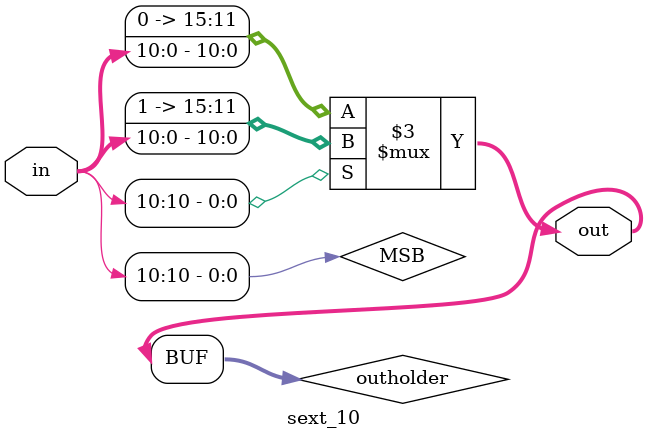
<source format=sv>
module sext_4(input signed [4:0] in, output signed [15:0] out);

	logic MSB;
	logic [15:0] outholder;
	assign MSB = in[4];
	always_comb begin
	if (MSB)
		outholder = {11'b11111111111, in};
	else 
     outholder = {11'd0, in};
	 end
	
	assign out = outholder;

endmodule


module sext_5(input signed [5:0] in, output signed [15:0] out);
	logic [15:0] outholder;
	logic MSB;
	assign MSB = in[5];
   always_comb begin
	if (MSB)
		outholder = {10'b1111111111, in};
	else 
     outholder = {10'd0, in};
	 end
	assign out = outholder;
endmodule


module sext_8(input signed [8:0] in, output signed [15:0] out);
	logic [15:0] outholder;
	logic MSB;
	assign MSB = in[8];
   always_comb begin
	if (MSB)
		outholder = {7'b1111111, in};
	else 
     outholder = {7'd0, in};
	 end
	
	assign out = outholder;

endmodule

module sext_10(input signed [10:0] in, output signed [15:0] out);
	logic [15:0] outholder;
   logic MSB;
	assign MSB = in[10];
	   always_comb begin
	if (MSB)
		outholder = {5'b11111, in};
	else 
     outholder = {5'd0, in};
	 end
	 
	assign out =  outholder;

endmodule

</source>
